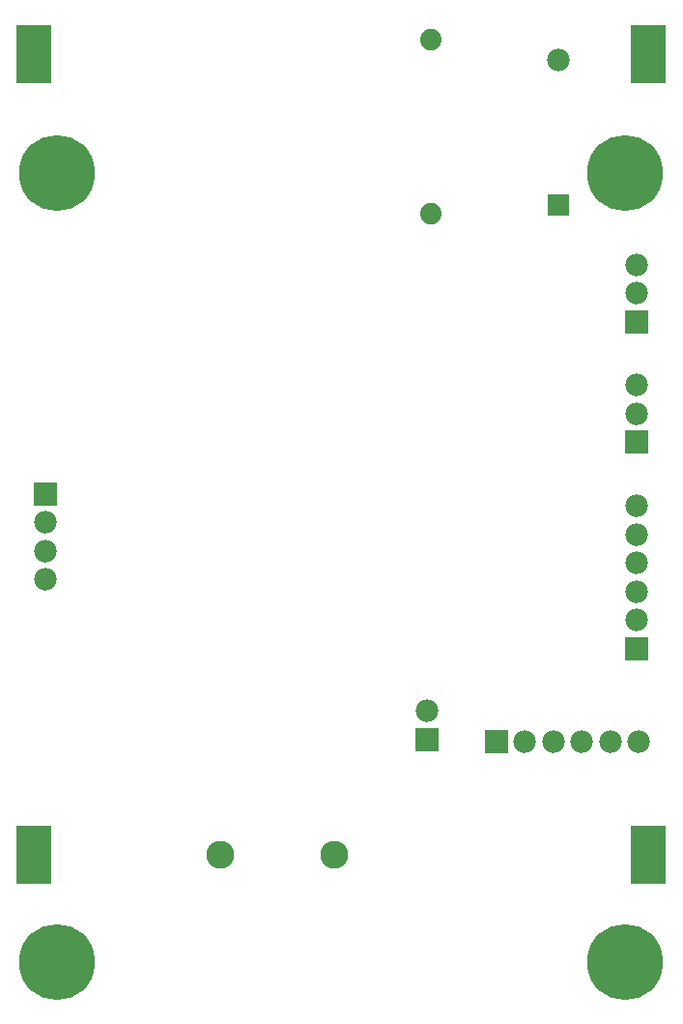
<source format=gbs>
G04*
G04 #@! TF.GenerationSoftware,Altium Limited,Altium Designer,20.1.8 (145)*
G04*
G04 Layer_Color=16711935*
%FSLAX25Y25*%
%MOIN*%
G70*
G04*
G04 #@! TF.SameCoordinates,DCF3A4A8-B772-48C9-94DF-C36B93A42D3A*
G04*
G04*
G04 #@! TF.FilePolarity,Negative*
G04*
G01*
G75*
%ADD48C,0.26142*%
%ADD49C,0.07835*%
%ADD50R,0.07835X0.07835*%
%ADD51R,0.07835X0.07835*%
%ADD52R,0.12362X0.20236*%
%ADD53C,0.09606*%
%ADD54C,0.07791*%
%ADD55R,0.07791X0.07791*%
%ADD56C,0.07441*%
D48*
X212000Y16000D02*
D03*
X16000D02*
D03*
X212000Y288000D02*
D03*
X16000D02*
D03*
D49*
X216000Y256343D02*
D03*
Y246500D02*
D03*
Y214843D02*
D03*
Y205000D02*
D03*
Y143579D02*
D03*
Y153421D02*
D03*
Y163264D02*
D03*
Y173106D02*
D03*
Y133736D02*
D03*
X177236Y92000D02*
D03*
X216606D02*
D03*
X206764D02*
D03*
X196921D02*
D03*
X187079D02*
D03*
X143500Y102421D02*
D03*
X12000Y167421D02*
D03*
Y157579D02*
D03*
Y147736D02*
D03*
D50*
X216000Y236658D02*
D03*
Y195158D02*
D03*
Y123894D02*
D03*
X143500Y92579D02*
D03*
X12000Y177264D02*
D03*
D51*
X167394Y92000D02*
D03*
D52*
X220000Y53000D02*
D03*
X8000D02*
D03*
Y329000D02*
D03*
X220000D02*
D03*
D53*
X111685Y53000D02*
D03*
X72315D02*
D03*
D54*
X189000Y327000D02*
D03*
D55*
Y277000D02*
D03*
D56*
X145000Y274000D02*
D03*
Y334000D02*
D03*
M02*

</source>
